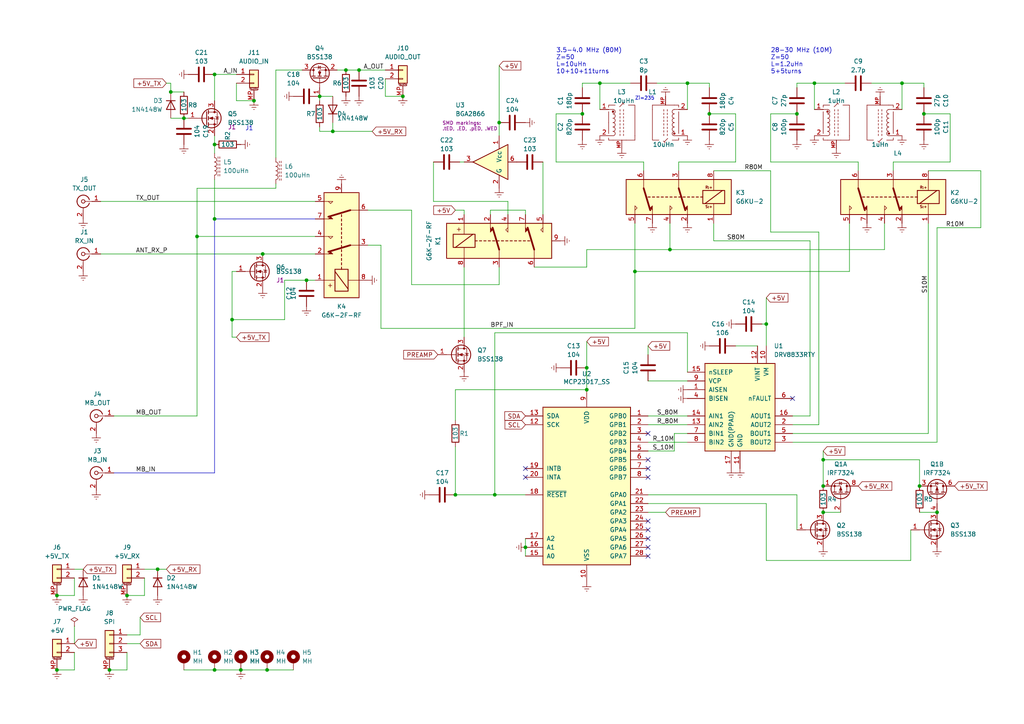
<source format=kicad_sch>
(kicad_sch (version 20230121) (generator eeschema)
  (paper "A4")
  (title_block (title "BPF & Signal Switch") (date "2023-09-24") (rev "1.0.0") (company "K1ZMT"))
  (junction (at 238.76 133.35))
  (junction (at 116.84 27.94))
  (junction (at 236.22 24.13))
  (junction (at 53.34 34.29))
  (junction (at 62.23 63.5))
  (junction (at 194.31 72.39))
  (junction (at 238.76 148.59))
  (junction (at 152.4 158.75))
  (junction (at 96.52 38.1))
  (junction (at 36.83 172.72))
  (junction (at 57.15 68.58))
  (junction (at 267.97 33.02))
  (junction (at 62.23 194.31))
  (junction (at 73.66 29.21))
  (junction (at 222.25 93.98))
  (junction (at 104.14 20.32))
  (junction (at 170.18 106.68))
  (junction (at 16.51 194.31))
  (junction (at 76.2 73.66))
  (junction (at 170.18 113.03))
  (junction (at 62.23 21.59))
  (junction (at 261.62 24.13))
  (junction (at 16.51 172.72))
  (junction (at 45.72 165.1))
  (junction (at 173.99 24.13))
  (junction (at 271.78 148.59))
  (junction (at 31.75 194.31))
  (junction (at 266.7 140.97))
  (junction (at 205.74 33.02))
  (junction (at 92.71 27.94))
  (junction (at 69.85 194.31))
  (junction (at 199.39 24.13))
  (junction (at 88.9 81.28))
  (junction (at 143.51 143.51))
  (junction (at 132.08 143.51))
  (junction (at 238.76 140.97))
  (junction (at 231.14 33.02))
  (junction (at 144.78 35.56))
  (junction (at 100.33 20.32))
  (junction (at 168.91 33.02))
  (junction (at 67.31 92.71))
  (junction (at 62.23 41.91))
  (junction (at 184.15 78.74))
  (junction (at 77.47 194.31))
  (junction (at 49.53 26.67))
  (no_connect (at 187.96 156.21))
  (no_connect (at 187.96 161.29))
  (no_connect (at 187.96 151.13))
  (no_connect (at 187.96 125.73))
  (no_connect (at 152.4 138.43))
  (no_connect (at 229.87 115.57))
  (no_connect (at 187.96 133.35))
  (no_connect (at 187.96 138.43))
  (no_connect (at 187.96 135.89))
  (no_connect (at 152.4 135.89))
  (no_connect (at 187.96 153.67))
  (no_connect (at 187.96 158.75))
  (wire (pts (xy 187.96 102.87) (xy 187.96 100.33)))
  (wire (pts (xy 67.31 92.71) (xy 82.55 92.71)))
  (wire (pts (xy 142.24 60.96) (xy 152.4 60.96)))
  (wire (pts (xy 271.78 128.27) (xy 229.87 128.27)))
  (wire (pts (xy 133.35 46.99) (xy 134.62 46.99)))
  (wire (pts (xy 45.72 165.1) (xy 41.91 165.1)))
  (wire (pts (xy 132.08 60.96) (xy 134.62 60.96)))
  (wire (pts (xy 80.01 53.34) (xy 80.01 54.61)))
  (wire (pts (xy 187.96 148.59) (xy 193.04 148.59)))
  (wire (pts (xy 187.96 110.49) (xy 199.39 110.49)))
  (wire (pts (xy 266.7 140.97) (xy 266.7 133.35)))
  (wire (pts (xy 143.51 143.51) (xy 132.08 143.51)))
  (wire (pts (xy 107.95 38.1) (xy 96.52 38.1)))
  (wire (pts (xy 275.59 46.99) (xy 275.59 33.02)))
  (wire (pts (xy 49.53 26.67) (xy 53.34 26.67)))
  (wire (pts (xy 199.39 96.52) (xy 143.51 96.52)))
  (wire (pts (xy 195.58 125.73) (xy 199.39 125.73)))
  (wire (pts (xy 142.24 62.23) (xy 142.24 60.96)))
  (wire (pts (xy 21.59 194.31) (xy 16.51 194.31)))
  (wire (pts (xy 222.25 93.98) (xy 222.25 100.33)))
  (wire (pts (xy 96.52 35.56) (xy 96.52 38.1)))
  (wire (pts (xy 266.7 148.59) (xy 271.78 148.59)))
  (wire (pts (xy 161.29 33.02) (xy 168.91 33.02)))
  (wire (pts (xy 132.08 121.92) (xy 132.08 113.03)))
  (wire (pts (xy 152.4 156.21) (xy 152.4 158.75)))
  (wire (pts (xy 245.11 24.13) (xy 236.22 24.13)))
  (wire (pts (xy 53.34 194.31) (xy 62.23 194.31)))
  (wire (pts (xy 161.29 46.99) (xy 161.29 33.02)))
  (wire (pts (xy 157.48 46.99) (xy 157.48 62.23)))
  (wire (pts (xy 143.51 96.52) (xy 143.51 143.51)))
  (wire (pts (xy 267.97 24.13) (xy 267.97 25.4)))
  (wire (pts (xy 144.78 19.05) (xy 144.78 35.56)))
  (wire (pts (xy 21.59 172.72) (xy 16.51 172.72)))
  (wire (pts (xy 190.5 24.13) (xy 199.39 24.13)))
  (wire (pts (xy 231.14 24.13) (xy 231.14 25.4)))
  (wire (pts (xy 29.21 73.66) (xy 76.2 73.66)))
  (wire (pts (xy 267.97 24.13) (xy 261.62 24.13)))
  (wire (pts (xy 238.76 133.35) (xy 266.7 133.35)))
  (wire (pts (xy 195.58 130.81) (xy 195.58 125.73)))
  (wire (pts (xy 199.39 24.13) (xy 199.39 31.75)))
  (wire (pts (xy 187.96 128.27) (xy 199.39 128.27)))
  (wire (pts (xy 100.33 20.32) (xy 104.14 20.32)))
  (wire (pts (xy 256.54 64.77) (xy 256.54 72.39)))
  (wire (pts (xy 170.18 99.06) (xy 170.18 106.68)))
  (wire (pts (xy 234.95 69.85) (xy 207.01 69.85)))
  (wire (pts (xy 88.9 81.28) (xy 91.44 81.28)))
  (wire (pts (xy 207.01 69.85) (xy 207.01 64.77)))
  (wire (pts (xy 57.15 68.58) (xy 91.44 68.58)))
  (wire (pts (xy 223.52 46.99) (xy 223.52 33.02)))
  (wire (pts (xy 170.18 72.39) (xy 194.31 72.39)))
  (wire (pts (xy 196.85 49.53) (xy 196.85 46.99)))
  (wire (pts (xy 110.49 71.12) (xy 106.68 71.12)))
  (wire (pts (xy 62.23 39.37) (xy 62.23 41.91)))
  (wire (pts (xy 41.91 172.72) (xy 36.83 172.72)))
  (wire (pts (xy 264.16 162.56) (xy 264.16 153.67)))
  (wire (pts (xy 21.59 167.64) (xy 21.59 172.72)))
  (wire (pts (xy 213.36 46.99) (xy 213.36 33.02)))
  (wire (pts (xy 110.49 95.25) (xy 110.49 71.12)))
  (wire (pts (xy 205.74 24.13) (xy 199.39 24.13)))
  (wire (pts (xy 205.74 33.02) (xy 213.36 33.02)))
  (wire (pts (xy 184.15 64.77) (xy 184.15 78.74)))
  (wire (pts (xy 80.01 20.32) (xy 87.63 20.32)))
  (wire (pts (xy 284.48 49.53) (xy 284.48 66.04)))
  (wire (pts (xy 154.94 77.47) (xy 170.18 77.47)))
  (wire (pts (xy 29.21 58.42) (xy 91.44 58.42)))
  (wire (pts (xy 132.08 113.03) (xy 170.18 113.03)))
  (wire (pts (xy 186.69 49.53) (xy 186.69 46.99)))
  (wire (pts (xy 229.87 120.65) (xy 234.95 120.65)))
  (wire (pts (xy 68.58 24.13) (xy 68.58 29.21)))
  (wire (pts (xy 170.18 106.68) (xy 170.18 113.03)))
  (wire (pts (xy 168.91 24.13) (xy 168.91 25.4)))
  (wire (pts (xy 269.24 64.77) (xy 269.24 125.73)))
  (wire (pts (xy 207.01 49.53) (xy 223.52 49.53)))
  (wire (pts (xy 199.39 96.52) (xy 199.39 107.95)))
  (wire (pts (xy 67.31 97.79) (xy 68.58 97.79)))
  (wire (pts (xy 182.88 24.13) (xy 173.99 24.13)))
  (wire (pts (xy 238.76 133.35) (xy 238.76 140.97)))
  (wire (pts (xy 67.31 78.74) (xy 67.31 92.71)))
  (wire (pts (xy 40.64 184.15) (xy 36.83 184.15)))
  (wire (pts (xy 104.14 20.32) (xy 111.76 20.32)))
  (wire (pts (xy 40.64 179.07) (xy 40.64 184.15)))
  (wire (pts (xy 62.23 41.91) (xy 62.23 44.45)))
  (wire (pts (xy 187.96 130.81) (xy 195.58 130.81)))
  (wire (pts (xy 36.83 186.69) (xy 40.64 186.69)))
  (wire (pts (xy 170.18 72.39) (xy 170.18 77.47)))
  (wire (pts (xy 125.73 58.42) (xy 125.73 46.99)))
  (wire (pts (xy 62.23 21.59) (xy 68.58 21.59)))
  (wire (pts (xy 97.79 20.32) (xy 100.33 20.32)))
  (wire (pts (xy 21.59 181.61) (xy 21.59 186.69)))
  (wire (pts (xy 222.25 86.36) (xy 222.25 93.98)))
  (wire (pts (xy 222.25 162.56) (xy 264.16 162.56)))
  (wire (pts (xy 248.92 49.53) (xy 248.92 46.99)))
  (wire (pts (xy 196.85 46.99) (xy 213.36 46.99)))
  (wire (pts (xy 67.31 97.79) (xy 67.31 92.71)))
  (wire (pts (xy 33.02 137.16) (xy 62.23 137.16)) (stroke (width 0) (color 0 0 194 1)))
  (wire (pts (xy 69.85 194.31) (xy 77.47 194.31)))
  (wire (pts (xy 144.78 35.56) (xy 144.78 39.37)))
  (wire (pts (xy 119.38 60.96) (xy 106.68 60.96)))
  (wire (pts (xy 237.49 67.31) (xy 237.49 123.19)))
  (wire (pts (xy 62.23 63.5) (xy 62.23 137.16)) (stroke (width 0) (color 0 0 194 1)))
  (wire (pts (xy 252.73 24.13) (xy 261.62 24.13)))
  (wire (pts (xy 237.49 123.19) (xy 229.87 123.19)))
  (wire (pts (xy 62.23 29.21) (xy 62.23 21.59)))
  (wire (pts (xy 147.32 58.42) (xy 125.73 58.42)))
  (wire (pts (xy 236.22 24.13) (xy 236.22 31.75)))
  (wire (pts (xy 92.71 38.1) (xy 92.71 36.83)))
  (wire (pts (xy 57.15 120.65) (xy 57.15 68.58)))
  (wire (pts (xy 236.22 24.13) (xy 231.14 24.13)))
  (wire (pts (xy 184.15 78.74) (xy 246.38 78.74)))
  (wire (pts (xy 92.71 27.94) (xy 96.52 27.94)))
  (wire (pts (xy 134.62 77.47) (xy 134.62 97.79)))
  (wire (pts (xy 269.24 49.53) (xy 284.48 49.53)))
  (wire (pts (xy 111.76 27.94) (xy 116.84 27.94)))
  (wire (pts (xy 92.71 27.94) (xy 92.71 29.21)))
  (wire (pts (xy 110.49 95.25) (xy 184.15 95.25)))
  (wire (pts (xy 144.78 77.47) (xy 144.78 82.55)))
  (wire (pts (xy 152.4 158.75) (xy 152.4 161.29)))
  (wire (pts (xy 111.76 22.86) (xy 111.76 27.94)))
  (wire (pts (xy 82.55 92.71) (xy 82.55 81.28)))
  (wire (pts (xy 54.61 34.29) (xy 53.34 34.29)))
  (wire (pts (xy 21.59 189.23) (xy 21.59 194.31)))
  (wire (pts (xy 36.83 194.31) (xy 31.75 194.31)))
  (wire (pts (xy 24.13 165.1) (xy 21.59 165.1)))
  (wire (pts (xy 173.99 24.13) (xy 168.91 24.13)))
  (wire (pts (xy 67.31 78.74) (xy 68.58 78.74)))
  (wire (pts (xy 187.96 143.51) (xy 231.14 143.51)))
  (wire (pts (xy 271.78 66.04) (xy 271.78 128.27)))
  (wire (pts (xy 248.92 46.99) (xy 223.52 46.99)))
  (wire (pts (xy 144.78 82.55) (xy 119.38 82.55)))
  (wire (pts (xy 76.2 73.66) (xy 91.44 73.66)))
  (wire (pts (xy 284.48 66.04) (xy 271.78 66.04)))
  (wire (pts (xy 223.52 49.53) (xy 223.52 67.31)))
  (wire (pts (xy 49.53 34.29) (xy 53.34 34.29)))
  (wire (pts (xy 80.01 20.32) (xy 80.01 45.72)))
  (wire (pts (xy 134.62 60.96) (xy 134.62 62.23)))
  (wire (pts (xy 33.02 120.65) (xy 57.15 120.65)))
  (wire (pts (xy 119.38 82.55) (xy 119.38 60.96)))
  (wire (pts (xy 186.69 46.99) (xy 161.29 46.99)))
  (wire (pts (xy 68.58 29.21) (xy 73.66 29.21)))
  (wire (pts (xy 259.08 49.53) (xy 259.08 46.99)))
  (wire (pts (xy 194.31 72.39) (xy 194.31 64.77)))
  (wire (pts (xy 49.53 24.13) (xy 49.53 26.67)))
  (wire (pts (xy 184.15 95.25) (xy 184.15 78.74)))
  (wire (pts (xy 231.14 143.51) (xy 231.14 153.67)))
  (wire (pts (xy 36.83 189.23) (xy 36.83 194.31)))
  (wire (pts (xy 222.25 93.98) (xy 220.98 93.98)))
  (wire (pts (xy 238.76 130.81) (xy 238.76 133.35)))
  (wire (pts (xy 213.36 100.33) (xy 219.71 100.33)))
  (wire (pts (xy 77.47 194.31) (xy 85.09 194.31)))
  (wire (pts (xy 223.52 67.31) (xy 237.49 67.31)))
  (wire (pts (xy 267.97 33.02) (xy 275.59 33.02)))
  (wire (pts (xy 152.4 60.96) (xy 152.4 62.23)))
  (wire (pts (xy 82.55 81.28) (xy 88.9 81.28)))
  (wire (pts (xy 48.26 24.13) (xy 49.53 24.13)))
  (wire (pts (xy 222.25 146.05) (xy 222.25 162.56)))
  (wire (pts (xy 238.76 148.59) (xy 243.84 148.59)))
  (wire (pts (xy 205.74 24.13) (xy 205.74 25.4)))
  (wire (pts (xy 41.91 167.64) (xy 41.91 172.72)))
  (wire (pts (xy 234.95 120.65) (xy 234.95 69.85)))
  (wire (pts (xy 132.08 143.51) (xy 132.08 129.54)))
  (wire (pts (xy 246.38 78.74) (xy 246.38 64.77)))
  (wire (pts (xy 152.4 143.51) (xy 143.51 143.51)))
  (wire (pts (xy 173.99 24.13) (xy 173.99 31.75)))
  (wire (pts (xy 57.15 68.58) (xy 57.15 54.61)))
  (wire (pts (xy 62.23 52.07) (xy 62.23 63.5)))
  (wire (pts (xy 261.62 24.13) (xy 261.62 31.75)))
  (wire (pts (xy 187.96 123.19) (xy 199.39 123.19)))
  (wire (pts (xy 223.52 33.02) (xy 231.14 33.02)))
  (wire (pts (xy 187.96 146.05) (xy 222.25 146.05)))
  (wire (pts (xy 48.26 165.1) (xy 45.72 165.1)))
  (wire (pts (xy 92.71 38.1) (xy 96.52 38.1)))
  (wire (pts (xy 62.23 194.31) (xy 69.85 194.31)))
  (wire (pts (xy 259.08 46.99) (xy 275.59 46.99)))
  (wire (pts (xy 62.23 63.5) (xy 91.44 63.5)) (stroke (width 0) (color 0 0 194 1)))
  (wire (pts (xy 256.54 72.39) (xy 194.31 72.39)))
  (wire (pts (xy 57.15 54.61) (xy 80.01 54.61)))
  (wire (pts (xy 147.32 62.23) (xy 147.32 58.42)))
  (wire (pts (xy 229.87 125.73) (xy 269.24 125.73)))
  (wire (pts (xy 187.96 120.65) (xy 199.39 120.65)))
  (text "3.5-4.0 MHz (80M)\nZ=50\nL=10uHn\n10+10+11turns" (at 161.29 21.59 0) (effects (font (size 1.27 1.27)) (justify left bottom)))
  (text "SMD markings:\n.tED, .ED, .pED, .WED" (at 128.27 38.1 0) (effects (font (size 1 1)) (justify left bottom)))
  (text "28-30 MHz (10M)\nZ=50\nL=1.2uHn\n5+5turns" (at 223.52 21.59 0) (effects (font (size 1.27 1.27)) (justify left bottom)))
  (text "Zi=235" (at 184.15 29.21 0) (effects (font (size 1 1)) (justify left bottom)))
  (text "J1\n" (at 71.12 38.1 0) (effects (font (size 1.27 1.27)) (justify left bottom)))
  (label "S80M" (at 210.82 69.85 0))
  (label "R_10M" (at 189.23 128.27 0))
  (label "MB_OUT" (at 39.37 120.65 0))
  (label "MB_IN" (at 39.37 137.16 0))
  (label "S10M" (at 269.24 85.09 90))
  (label "S_80M" (at 190.5 120.65 0))
  (label "S_10M" (at 189.23 130.81 0))
  (label "ANT_RX_P" (at 39.37 73.66 0))
  (label "R_80M" (at 190.5 123.19 0))
  (label "TX_OUT" (at 39.37 58.42 0))
  (label "R10M" (at 274.32 66.04 0))
  (label "A_IN" (at 64.77 21.59 0))
  (label "BPF_IN" (at 142.24 95.25 0))
  (label "R80M" (at 215.9 49.53 0))
  (label "A_OUT" (at 105.41 20.32 0))
  (global_label "+5V_TX" (shape input) (at 68.58 97.79 0) (property "Intersheetrefs" "${INTERSHEET_REFS}" (effects hide)))
  (global_label "SCL" (shape input) (at 152.4 123.19 180) (property "Intersheetrefs" "${INTERSHEET_REFS}" (effects hide)))
  (global_label "+5V_TX" (shape input) (at 276.86 140.97 0) (property "Intersheetrefs" "${INTERSHEET_REFS}" (effects hide)))
  (global_label "+5V" (shape input) (at 144.78 19.05 0) (property "Intersheetrefs" "${INTERSHEET_REFS}" (effects hide)))
  (global_label "+5V_RX" (shape input) (at 48.26 165.1 0) (property "Intersheetrefs" "${INTERSHEET_REFS}" (effects hide)))
  (global_label "SDA" (shape input) (at 40.64 186.69 0) (property "Intersheetrefs" "${INTERSHEET_REFS}" (effects hide)))
  (global_label "+5V_TX" (shape input) (at 24.13 165.1 0) (property "Intersheetrefs" "${INTERSHEET_REFS}" (effects hide)))
  (global_label "+5V" (shape input) (at 222.25 86.36 0) (property "Intersheetrefs" "${INTERSHEET_REFS}" (effects hide)))
  (global_label "PREAMP" (shape input) (at 193.04 148.59 0) (property "Intersheetrefs" "${INTERSHEET_REFS}" (effects hide)))
  (global_label "SDA" (shape input) (at 152.4 120.65 180) (property "Intersheetrefs" "${INTERSHEET_REFS}" (effects hide)))
  (global_label "+5V_RX" (shape input) (at 107.95 38.1 0) (property "Intersheetrefs" "${INTERSHEET_REFS}" (effects hide)))
  (global_label "+5V" (shape input) (at 238.76 130.81 0) (property "Intersheetrefs" "${INTERSHEET_REFS}" (effects hide)))
  (global_label "+5V" (shape input) (at 132.08 60.96 180) (property "Intersheetrefs" "${INTERSHEET_REFS}" (effects hide)))
  (global_label "PREAMP" (shape input) (at 127 102.87 180) (property "Intersheetrefs" "${INTERSHEET_REFS}" (effects hide)))
  (global_label "+5V" (shape input) (at 170.18 99.06 0) (property "Intersheetrefs" "${INTERSHEET_REFS}" (effects hide)))
  (global_label "+5V_TX" (shape input) (at 48.26 24.13 180) (property "Intersheetrefs" "${INTERSHEET_REFS}" (effects hide)))
  (global_label "+5V" (shape input) (at 187.96 100.33 0) (property "Intersheetrefs" "${INTERSHEET_REFS}" (effects hide)))
  (global_label "+5V_RX" (shape input) (at 248.92 140.97 0) (property "Intersheetrefs" "${INTERSHEET_REFS}" (effects hide)))
  (global_label "+5V" (shape input) (at 21.59 186.69 0) (property "Intersheetrefs" "${INTERSHEET_REFS}" (effects hide)))
  (global_label "SCL" (shape input) (at 40.64 179.07 0) (property "Intersheetrefs" "${INTERSHEET_REFS}" (effects hide)))
  (symbol (lib_id "Device:R") (at 66.04 41.91 90) (unit 1)
    (property "Reference" "R2" (at 66.04 39.37 0))
    (property "Value" "103" (at 66.04 41.91 90))
    (property "Footprint" "Resistor_SMD:R_0805_2012Metric" (effects hide))
  )
  (symbol (lib_id "power:Earth") (at 152.4 35.56 90) (mirror x) (unit 1)
    (property "Reference" "#PWR056" (effects hide))
    (property "Value" "Earth" (effects hide))
  )
  (symbol (lib_id "Transistor_FET:IRF7324") (at 243.84 143.51 270) (mirror x) (unit 1)
    (property "Reference" "Q1" (at 243.84 134.62 90))
    (property "Value" "IRF7324" (at 243.84 137.16 90))
    (property "Footprint" "Package_SO:SOIC-8_3.9x4.9mm_P1.27mm" (effects hide))
    (property "Datasheet" "http://www.infineon.com/dgdl/irf7324pbf.pdf?fileId=5546d462533600a4015355f5f0861b4b" (effects hide))
  )
  (symbol (lib_id "Device:C") (at 53.34 38.1 0) (mirror y) (unit 1)
    (property "Reference" "C19" (at 59.69 38.1 90))
    (property "Value" "104" (at 57.15 38.1 90))
    (property "Footprint" "Capacitor_SMD:C_0805_2012Metric" (effects hide))
  )
  (symbol (lib_id "Connector_Generic_MountingPin:Conn_01x02_MountingPin") (at 73.66 21.59 0) (unit 1)
    (property "Reference" "J11" (at 73.66 15.24 0))
    (property "Value" "AUDIO_IN" (at 73.66 17.78 0))
    (property "Footprint" "Connector_JST:JST_PH_S2B-PH-SM4-TB_1x02-1MP_P2.00mm_Horizontal" (effects hide))
  )
  (symbol (lib_id "power:Earth") (at 231.14 40.64 0) (unit 1)
    (property "Reference" "#PWR014" (effects hide))
    (property "Value" "Earth" (effects hide))
  )
  (symbol (lib_id "Device:C") (at 58.42 21.59 90) (mirror x) (unit 1)
    (property "Reference" "C21" (at 58.42 15.24 90))
    (property "Value" "103" (at 58.42 17.78 90))
    (property "Footprint" "Capacitor_SMD:C_0805_2012Metric" (effects hide))
  )
  (symbol (lib_id "power:Earth") (at 144.78 54.61 0) (mirror y) (unit 1)
    (property "Reference" "#PWR055" (effects hide))
    (property "Value" "Earth" (effects hide))
  )
  (symbol (lib_id "power:Earth") (at 54.61 21.59 270) (mirror x) (unit 1)
    (property "Reference" "#PWR052" (effects hide))
    (property "Value" "Earth" (effects hide))
  )
  (symbol (lib_id "Device:C") (at 168.91 29.21 0) (unit 1)
    (property "Reference" "C1" (at 162.56 29.21 90))
    (property "Value" "180p" (at 165.1 29.21 90))
    (property "Footprint" "Capacitor_SMD:C_0805_2012Metric" (effects hide))
  )
  (symbol (lib_id "Device:C") (at 128.27 143.51 90) (mirror x) (unit 1)
    (property "Reference" "C17" (at 128.27 137.16 90))
    (property "Value" "104" (at 128.27 139.7 90))
    (property "Footprint" "Capacitor_SMD:C_0805_2012Metric" (effects hide))
  )
  (symbol (lib_id "power:Earth") (at 76.2 83.82 0) (mirror y) (unit 1)
    (property "Reference" "#PWR057" (effects hide))
    (property "Value" "Earth" (effects hide))
  )
  (symbol (lib_id "power:Earth") (at 27.94 142.24 0) (unit 1)
    (property "Reference" "#PWR012" (effects hide))
    (property "Value" "Earth" (effects hide))
  )
  (symbol (lib_id "power:Earth") (at 69.85 194.31 0) (unit 1)
    (property "Reference" "#PWR054" (effects hide))
    (property "Value" "Earth" (effects hide))
  )
  (symbol (lib_id "power:Earth") (at 24.13 172.72 0) (unit 1)
    (property "Reference" "#PWR011" (effects hide))
    (property "Value" "Earth" (effects hide))
  )
  (symbol (lib_id "Connector:Conn_Coaxial") (at 27.94 137.16 0) (mirror y) (unit 1)
    (property "Reference" "J3" (at 28.2574 130.81 0))
    (property "Value" "MB_IN" (at 28.2574 133.35 0))
    (property "Footprint" "Connector_Coaxial:SMA_Amphenol_132289_EdgeMount" (effects hide))
    (property "Datasheet" " ~" (effects hide))
  )
  (symbol (lib_id "power:Earth") (at 251.46 64.77 0) (mirror y) (unit 1)
    (property "Reference" "#PWR024" (effects hide))
    (property "Value" "Earth" (effects hide))
  )
  (symbol (lib_id "power:Earth") (at 88.9 88.9 0) (mirror y) (unit 1)
    (property "Reference" "#PWR026" (effects hide))
    (property "Value" "Earth" (effects hide))
  )
  (symbol (lib_id "PhilsLibrary:L_Core_Ferrite_12") (at 242.57 35.56 0) (unit 1)
    (property "Reference" "L2" (at 241.3 26.67 0) (effects (justify left)))
    (property "Value" "1uHn" (at 240.03 29.21 0) (effects (justify left)))
    (property "Footprint" "PhilsFootprintLibrary:L_Coilcraft_Slot7_1_3" (effects hide))
  )
  (symbol (lib_id "Device:C") (at 166.37 106.68 270) (unit 1)
    (property "Reference" "C13" (at 166.37 100.33 90))
    (property "Value" "104" (at 166.37 102.87 90))
    (property "Footprint" "Capacitor_SMD:C_0805_2012Metric" (effects hide))
  )
  (symbol (lib_id "power:Earth") (at 261.62 39.37 0) (mirror y) (unit 1)
    (property "Reference" "#PWR018" (effects hide))
    (property "Value" "Earth" (effects hide))
  )
  (symbol (lib_id "power:Earth") (at 24.13 63.5 0) (unit 1)
    (property "Reference" "#PWR028" (effects hide))
    (property "Value" "Earth" (effects hide))
  )
  (symbol (lib_id "Device:R") (at 53.34 30.48 0) (unit 1)
    (property "Reference" "R8" (at 55.88 30.48 0))
    (property "Value" "103" (at 53.34 30.48 90))
    (property "Footprint" "Resistor_SMD:R_0805_2012Metric" (effects hide))
  )
  (symbol (lib_id "Relay:G6KU-2") (at 196.85 57.15 180) (unit 1)
    (property "Reference" "K3" (at 213.36 55.88 0) (effects (justify right)))
    (property "Value" "G6KU-2" (at 213.36 58.42 0) (effects (justify right)))
    (property "Footprint" "Relay_SMD:Relay_DPDT_Omron_G6K-2F-Y" (effects hide))
    (property "Datasheet" "http://omronfs.omron.com/en_US/ecb/products/pdf/en-g6k.pdf" (effects hide))
  )
  (symbol (lib_id "power:Earth") (at 16.51 194.31 0) (unit 1)
    (property "Reference" "#PWR040" (effects hide))
    (property "Value" "Earth" (effects hide))
  )
  (symbol (lib_id "power:Earth") (at 69.85 41.91 90) (mirror x) (unit 1)
    (property "Reference" "#PWR051" (effects hide))
    (property "Value" "Earth" (effects hide))
  )
  (symbol (lib_id "power:Earth") (at 255.27 27.94 0) (mirror x) (unit 1)
    (property "Reference" "#PWR017" (effects hide))
    (property "Value" "Earth" (effects hide))
  )
  (symbol (lib_id "Connector:Conn_Coaxial") (at 27.94 120.65 0) (mirror y) (unit 1)
    (property "Reference" "J4" (at 28.2574 114.3 0))
    (property "Value" "MB_OUT" (at 28.2574 116.84 0))
    (property "Footprint" "Connector_Coaxial:SMA_Amphenol_132289_EdgeMount" (effects hide))
    (property "Datasheet" " ~" (effects hide))
  )
  (symbol (lib_id "Device:R") (at 92.71 33.02 0) (unit 1)
    (property "Reference" "R7" (at 90.17 33.02 0))
    (property "Value" "103" (at 92.71 33.02 90))
    (property "Footprint" "Resistor_SMD:R_0805_2012Metric" (effects hide))
  )
  (symbol (lib_id "RF_Amplifier:BGA2869") (at 142.24 46.99 0) (mirror y) (unit 1)
    (property "Reference" "U3" (at 132.08 30.48 0) (effects (justify right)))
    (property "Value" "BGA2866" (at 132.08 33.02 0) (effects (justify right)))
    (property "Footprint" "Package_TO_SOT_SMD:SOT-363_SC-70-6" (effects hide))
    (property "Datasheet" "https://www.nxp.com/docs/en/data-sheet/BGA2869.pdf" (effects hide))
  )
  (symbol (lib_id "power:Earth") (at 214.63 135.89 0) (unit 1)
    (property "Reference" "#PWR020" (effects hide))
    (property "Value" "Earth" (effects hide))
  )
  (symbol (lib_id "Device:C") (at 153.67 46.99 270) (unit 1)
    (property "Reference" "C23" (at 153.67 40.64 90))
    (property "Value" "103" (at 153.67 43.18 90))
    (property "Footprint" "Capacitor_SMD:C_0805_2012Metric" (effects hide))
  )
  (symbol (lib_id "power:Earth") (at 100.33 27.94 0) (mirror y) (unit 1)
    (property "Reference" "#PWR046" (effects hide))
    (property "Value" "Earth" (effects hide))
  )
  (symbol (lib_id "power:Earth") (at 193.04 27.94 0) (mirror x) (unit 1)
    (property "Reference" "#PWR03" (effects hide))
    (property "Value" "Earth" (effects hide))
  )
  (symbol (lib_id "power:Earth") (at 242.57 43.18 0) (unit 1)
    (property "Reference" "#PWR016" (effects hide))
    (property "Value" "Earth" (effects hide))
  )
  (symbol (lib_id "Device:C") (at 248.92 24.13 90) (mirror x) (unit 1)
    (property "Reference" "C9" (at 248.92 17.78 90))
    (property "Value" "2.7p" (at 248.92 20.32 90))
    (property "Footprint" "Capacitor_SMD:C_0805_2012Metric" (effects hide))
  )
  (symbol (lib_id "power:Earth") (at 27.94 125.73 0) (unit 1)
    (property "Reference" "#PWR013" (effects hide))
    (property "Value" "Earth" (effects hide))
  )
  (symbol (lib_id "power:Earth") (at 45.72 172.72 0) (unit 1)
    (property "Reference" "#PWR027" (effects hide))
    (property "Value" "Earth" (effects hide))
  )
  (symbol (lib_id "Mechanical:MountingHole_Pad") (at 77.47 191.77 0) (unit 1)
    (property "Reference" "H4" (at 80.01 189.23 0) (effects (justify left)))
    (property "Value" "MH" (at 80.01 191.77 0) (effects (justify left)))
    (property "Footprint" "MountingHole:MountingHole_3.2mm_M3_Pad" (effects hide))
  )
  (symbol (lib_id "Device:C") (at 187.96 106.68 0) (mirror x) (unit 1)
    (property "Reference" "C15" (at 181.61 106.68 90))
    (property "Value" "104" (at 184.15 106.68 90))
    (property "Footprint" "Capacitor_SMD:C_0805_2012Metric" (effects hide))
  )
  (symbol (lib_id "PhilsLibrary:G6K-2F-RF") (at 144.78 69.85 0) (unit 1)
    (property "Reference" "K1" (at 127 69.85 90))
    (property "Value" "G6K-2F-RF" (at 124.46 69.85 90))
    (property "Footprint" "PhilsFootprintLibrary:Relay_DPDT_Omron_G6K-2F-RF" (effects hide))
    (property "Datasheet" "http://omronfs.omron.com/en_US/ecb/products/pdf/en-g6k.pdf" (effects hide))
  )
  (symbol (lib_id "PhilsLibrary:L_Core_Ferrite_12") (at 193.04 35.56 180) (unit 1)
    (property "Reference" "L1" (at 190.5 26.67 0) (effects (justify left)))
    (property "Value" "10uHn" (at 195.58 41.91 0) (effects (justify left)))
    (property "Footprint" "PhilsFootprintLibrary:L_Coilcraft_Slot7_1_3" (effects hide))
  )
  (symbol (lib_id "Device:L_Ferrite") (at 62.23 48.26 0) (unit 1)
    (property "Reference" "L5" (at 64.77 46.99 0) (effects (justify left)))
    (property "Value" "100uHn" (at 64.77 49.53 0) (effects (justify left)))
    (property "Footprint" "Inductor_SMD:L_0805_2012Metric" (effects hide))
  )
  (symbol (lib_id "Transistor_FET:BSS138") (at 92.71 22.86 90) (unit 1)
    (property "Reference" "Q4" (at 92.71 13.97 90))
    (property "Value" "BSS138" (at 92.71 16.51 90))
    (property "Footprint" "Package_TO_SOT_SMD:SOT-23" (effects hide))
    (property "Datasheet" "https://www.onsemi.com/pub/Collateral/BSS138-D.PDF" (effects hide))
  )
  (symbol (lib_id "Diode:1N4148W") (at 24.13 168.91 270) (unit 1)
    (property "Reference" "D1" (at 26.67 167.64 90) (effects (justify left)))
    (property "Value" "1N4148W" (at 26.67 170.18 90) (effects (justify left)))
    (property "Footprint" "Diode_SMD:D_SOD-123" (effects hide))
    (property "Datasheet" "https://www.vishay.com/docs/85748/1n4148w.pdf" (effects hide))
    (property "Sim.Device" "D" (effects hide))
    (property "Sim.Pins" "1=K 2=A" (effects hide))
  )
  (symbol (lib_id "Device:C") (at 168.91 36.83 0) (unit 1)
    (property "Reference" "C2" (at 162.56 36.83 90))
    (property "Value" "820p" (at 165.1 36.83 90))
    (property "Footprint" "Capacitor_SMD:C_0805_2012Metric" (effects hide))
  )
  (symbol (lib_id "power:Earth") (at 162.56 69.85 90) (unit 1)
    (property "Reference" "#PWR08" (effects hide))
    (property "Value" "Earth" (effects hide))
  )
  (symbol (lib_id "Mechanical:MountingHole_Pad") (at 53.34 191.77 0) (unit 1)
    (property "Reference" "H1" (at 55.88 189.23 0) (effects (justify left)))
    (property "Value" "MH" (at 55.88 191.77 0) (effects (justify left)))
    (property "Footprint" "MountingHole:MountingHole_3.2mm_M3_Pad" (effects hide))
  )
  (symbol (lib_id "Device:C") (at 231.14 29.21 0) (unit 1)
    (property "Reference" "C7" (at 224.79 29.21 90))
    (property "Value" "27p" (at 227.33 29.21 90))
    (property "Footprint" "Capacitor_SMD:C_0805_2012Metric" (effects hide))
  )
  (symbol (lib_id "Device:C") (at 217.17 93.98 90) (mirror x) (unit 1)
    (property "Reference" "C14" (at 217.17 87.63 90))
    (property "Value" "104" (at 217.17 90.17 90))
    (property "Footprint" "Capacitor_SMD:C_0805_2012Metric" (effects hide))
  )
  (symbol (lib_id "Connector_Generic_MountingPin:Conn_01x02_MountingPin") (at 16.51 186.69 0) (mirror y) (unit 1)
    (property "Reference" "J7" (at 16.51 180.34 0))
    (property "Value" "+5V" (at 16.51 182.88 0))
    (property "Footprint" "Connector_JST:JST_PH_S2B-PH-SM4-TB_1x02-1MP_P2.00mm_Horizontal" (effects hide))
  )
  (symbol (lib_id "power:Earth") (at 199.39 39.37 0) (mirror y) (unit 1)
    (property "Reference" "#PWR04" (effects hide))
    (property "Value" "Earth" (effects hide))
  )
  (symbol (lib_id "power:Earth") (at 73.66 29.21 0) (mirror y) (unit 1)
    (property "Reference" "#PWR050" (effects hide))
    (property "Value" "Earth" (effects hide))
  )
  (symbol (lib_id "power:Earth") (at 24.13 78.74 0) (unit 1)
    (property "Reference" "#PWR05" (effects hide))
    (property "Value" "Earth" (effects hide))
  )
  (symbol (lib_id "Connector_Generic_MountingPin:Conn_01x02_MountingPin") (at 116.84 20.32 0) (unit 1)
    (property "Reference" "J10" (at 116.84 13.97 0))
    (property "Value" "AUDIO_OUT" (at 116.84 16.51 0))
    (property "Footprint" "Connector_JST:JST_PH_S2B-PH-SM4-TB_1x02-1MP_P2.00mm_Horizontal" (effects hide))
  )
  (symbol (lib_id "power:Earth") (at 180.34 43.18 0) (unit 1)
    (property "Reference" "#PWR02" (effects hide))
    (property "Value" "Earth" (effects hide))
  )
  (symbol (lib_id "power:Earth") (at 36.83 172.72 0) (unit 1)
    (property "Reference" "#PWR044" (effects hide))
    (property "Value" "Earth" (effects hide))
  )
  (symbol (lib_id "power:Earth") (at 162.56 106.68 270) (mirror x) (unit 1)
    (property "Reference" "#PWR035" (effects hide))
    (property "Value" "Earth" (effects hide))
  )
  (symbol (lib_id "Device:C") (at 205.74 29.21 0) (mirror y) (unit 1)
    (property "Reference" "C4" (at 212.09 29.21 90))
    (property "Value" "180p" (at 209.55 29.21 90))
    (property "Footprint" "Capacitor_SMD:C_0805_2012Metric" (effects hide))
  )
  (symbol (lib_id "Driver_Motor:DRV8833RTY") (at 214.63 118.11 0) (unit 1)
    (property "Reference" "U1" (at 224.4441 100.33 0) (effects (justify left)))
    (property "Value" "DRV8833RTY" (at 224.4441 102.87 0) (effects (justify left)))
    (property "Footprint" "Package_DFN_QFN:Texas_S-PWQFN-N16_EP2.1x2.1mm_ThermalVias" (effects hide))
    (property "Datasheet" "http://www.ti.com/lit/ds/symlink/drv8833.pdf" (effects hide))
  )
  (symbol (lib_id "Diode:1N4148W") (at 96.52 31.75 90) (unit 1)
    (property "Reference" "D4" (at 97.79 33.02 90) (effects (justify right)))
    (property "Value" "1N4148W" (at 97.79 34.29 90) (effects (justify right)))
    (property "Footprint" "Diode_SMD:D_SOD-123" (effects hide))
    (property "Datasheet" "https://www.vishay.com/docs/85748/1n4148w.pdf" (effects hide))
    (property "Sim.Device" "D" (effects hide))
    (property "Sim.Pins" "1=K 2=A" (effects hide))
  )
  (symbol (lib_id "Device:C") (at 129.54 46.99 270) (unit 1)
    (property "Reference" "C22" (at 129.54 40.64 90))
    (property "Value" "103" (at 129.54 43.18 90))
    (property "Footprint" "Capacitor_SMD:C_0805_2012Metric" (effects hide))
  )
  (symbol (lib_id "power:Earth") (at 173.99 39.37 0) (unit 1)
    (property "Reference" "#PWR01" (effects hide))
    (property "Value" "Earth" (effects hide))
  )
  (symbol (lib_id "power:Earth") (at 53.34 41.91 0) (mirror y) (unit 1)
    (property "Reference" "#PWR048" (effects hide))
    (property "Value" "Earth" (effects hide))
  )
  (symbol (lib_id "PhilsLibrary:G6K-2F-RF") (at 99.06 71.12 90) (unit 1)
    (property "Reference" "K4" (at 99.06 88.9 90))
    (property "Value" "G6K-2F-RF" (at 99.06 91.44 90))
    (property "Footprint" "PhilsFootprintLibrary:Relay_DPDT_Omron_G6K-2F-RF" (effects hide))
    (property "Datasheet" "http://omronfs.omron.com/en_US/ecb/products/pdf/en-g6k.pdf" (effects hide))
  )
  (symbol (lib_id "power:Earth") (at 85.09 27.94 270) (mirror x) (unit 1)
    (property "Reference" "#PWR045" (effects hide))
    (property "Value" "Earth" (effects hide))
  )
  (symbol (lib_id "Connector_Generic_MountingPin:Conn_01x02_MountingPin") (at 36.83 165.1 0) (mirror y) (unit 1)
    (property "Reference" "J9" (at 36.83 158.75 0))
    (property "Value" "+5V_RX" (at 36.83 161.29 0))
    (property "Footprint" "Connector_JST:JST_PH_S2B-PH-SM4-TB_1x02-1MP_P2.00mm_Horizontal" (effects hide))
  )
  (symbol (lib_id "Transistor_FET:IRF7324") (at 271.78 143.51 270) (mirror x) (unit 2)
    (property "Reference" "Q1" (at 271.78 134.62 90))
    (property "Value" "IRF7324" (at 271.78 137.16 90))
    (property "Footprint" "Package_SO:SOIC-8_3.9x4.9mm_P1.27mm" (effects hide))
    (property "Datasheet" "http://www.infineon.com/dgdl/irf7324pbf.pdf?fileId=5546d462533600a4015355f5f0861b4b" (effects hide))
  )
  (symbol (lib_id "Device:C") (at 88.9 85.09 0) (mirror y) (unit 1)
    (property "Reference" "C12" (at 83.82 85.09 90))
    (property "Value" "104" (at 85.09 85.09 90))
    (property "Footprint" "Capacitor_SMD:C_0805_2012Metric" (effects hide))
  )
  (symbol (lib_id "power:Earth") (at 16.51 172.72 0) (unit 1)
    (property "Reference" "#PWR039" (effects hide))
    (property "Value" "Earth" (effects hide))
  )
  (symbol (lib_id "power:Earth") (at 116.84 27.94 0) (mirror y) (unit 1)
    (property "Reference" "#PWR047" (effects hide))
    (property "Value" "Earth" (effects hide))
  )
  (symbol (lib_id "power:Earth") (at 199.39 115.57 270) (unit 1)
    (property "Reference" "#PWR031" (effects hide))
    (property "Value" "Earth" (effects hide))
  )
  (symbol (lib_id "Transistor_FET:BSS138") (at 59.69 34.29 0) (unit 1)
    (property "Reference" "Q5" (at 66.04 33.02 0) (effects (justify left)))
    (property "Value" "BSS138" (at 66.04 35.56 0) (effects (justify left)))
    (property "Footprint" "Package_TO_SOT_SMD:SOT-23" (effects hide))
    (property "Datasheet" "https://www.onsemi.com/pub/Collateral/BSS138-D.PDF" (effects hide))
    (property "Marking" "J1" (at 67.31 36.83 0))
  )
  (symbol (lib_id "Interface_Expansion:MCP23017_SS") (at 170.18 140.97 0) (unit 1)
    (property "Reference" "U2" (at 170.18 108.4326 0))
    (property "Value" "MCP23017_SS" (at 170.18 110.744 0))
    (property "Footprint" "Package_SO:SSOP-28_5.3x10.2mm_P0.65mm" (effects hide))
    (property "Datasheet" "http://ww1.microchip.com/downloads/en/DeviceDoc/20001952C.pdf" (effects hide))
  )
  (symbol (lib_id "power:Earth") (at 238.76 158.75 0) (unit 1)
    (property "Reference" "#PWR042" (effects hide))
    (property "Value" "Earth" (effects hide))
  )
  (symbol (lib_id "Relay:G6KU-2") (at 259.08 57.15 180) (unit 1)
    (property "Reference" "K2" (at 275.59 55.88 0) (effects (justify right)))
    (property "Value" "G6KU-2" (at 275.59 58.42 0) (effects (justify right)))
    (property "Footprint" "Relay_SMD:Relay_DPDT_Omron_G6K-2F-Y" (effects hide))
    (property "Datasheet" "http://omronfs.omron.com/en_US/ecb/products/pdf/en-g6k.pdf" (effects hide))
  )
  (symbol (lib_id "Transistor_FET:BSS138") (at 73.66 78.74 0) (unit 1)
    (property "Reference" "Q6" (at 80.01 77.47 0) (effects (justify left)))
    (property "Value" "BSS138" (at 80.01 78.74 0) (effects (justify left)))
    (property "Footprint" "Package_TO_SOT_SMD:SOT-23" (effects hide))
    (property "Datasheet" "https://www.onsemi.com/pub/Collateral/BSS138-D.PDF" (effects hide))
    (property "Marking" "J1" (at 81.28 81.28 0))
  )
  (symbol (lib_id "PhilsLibrary:L_Core_Ferrite_12") (at 255.27 35.56 180) (unit 1)
    (property "Reference" "L4" (at 261.62 44.45 0) (effects (justify left)))
    (property "Value" "1uHn" (at 257.81 41.91 0) (effects (justify left)))
    (property "Footprint" "PhilsFootprintLibrary:L_Coilcraft_Slot7_1_3" (effects hide))
  )
  (symbol (lib_id "Device:C") (at 205.74 36.83 0) (mirror y) (unit 1)
    (property "Reference" "C5" (at 212.09 36.83 90))
    (property "Value" "820p" (at 209.55 36.83 90))
    (property "Footprint" "Capacitor_SMD:C_0805_2012Metric" (effects hide))
  )
  (symbol (lib_id "Device:C") (at 231.14 36.83 0) (unit 1)
    (property "Reference" "C8" (at 224.79 36.83 90))
    (property "Value" "100p" (at 227.33 36.83 90))
    (property "Footprint" "Capacitor_SMD:C_0805_2012Metric" (effects hide))
  )
  (symbol (lib_id "power:Earth") (at 106.68 81.28 90) (mirror x) (unit 1)
    (property "Reference" "#PWR029" (effects hide))
    (property "Value" "Earth" (effects hide))
  )
  (symbol (lib_id "Device:C") (at 148.59 35.56 270) (unit 1)
    (property "Reference" "C24" (at 148.59 29.21 90))
    (property "Value" "104" (at 148.59 31.75 90))
    (property "Footprint" "Capacitor_SMD:C_0805_2012Metric" (effects hide))
  )
  (symbol (lib_id "Transistor_FET:BSS138") (at 269.24 153.67 0) (unit 1)
    (property "Reference" "Q3" (at 275.59 152.4 0) (effects (justify left)))
    (property "Value" "BSS138" (at 275.59 154.94 0) (effects (justify left)))
    (property "Footprint" "Package_TO_SOT_SMD:SOT-23" (effects hide))
    (property "Datasheet" "https://www.onsemi.com/pub/Collateral/BSS138-D.PDF" (effects hide))
  )
  (symbol (lib_id "power:Earth") (at 168.91 40.64 0) (unit 1)
    (property "Reference" "#PWR06" (effects hide))
    (property "Value" "Earth" (effects hide))
  )
  (symbol (lib_id "Device:C") (at 88.9 27.94 270) (mirror x) (unit 1)
    (property "Reference" "C18" (at 85.09 21.59 90))
    (property "Value" "104" (at 85.09 24.13 90))
    (property "Footprint" "Capacitor_SMD:C_0805_2012Metric" (effects hide))
  )
  (symbol (lib_id "Device:C") (at 104.14 24.13 0) (mirror y) (unit 1)
    (property "Reference" "C20" (at 110.49 24.13 90))
    (property "Value" "103" (at 107.95 24.13 90))
    (property "Footprint" "Capacitor_SMD:C_0805_2012Metric" (effects hide))
  )
  (symbol (lib_id "power:Earth") (at 271.78 158.75 0) (unit 1)
    (property "Reference" "#PWR043" (effects hide))
    (property "Value" "Earth" (effects hide))
  )
  (symbol (lib_id "power:Earth") (at 212.09 135.89 0) (unit 1)
    (property "Reference" "#PWR021" (effects hide))
    (property "Value" "Earth" (effects hide))
  )
  (symbol (lib_id "Mechanical:MountingHole_Pad") (at 85.09 191.77 0) (unit 1)
    (property "Reference" "H5" (at 87.63 189.23 0) (effects (justify left)))
    (property "Value" "MH" (at 87.63 191.77 0) (effects (justify left)))
    (property "Footprint" "MountingHole:MountingHole_3.2mm_M3_Pad" (effects hide))
  )
  (symbol (lib_id "power:Earth") (at 199.39 113.03 270) (unit 1)
    (property "Reference" "#PWR032" (effects hide))
    (property "Value" "Earth" (effects hide))
  )
  (symbol (lib_id "Device:R") (at 266.7 144.78 0) (unit 1)
    (property "Reference" "R5" (at 269.24 144.78 0))
    (property "Value" "103" (at 266.7 144.78 90))
    (property "Footprint" "Resistor_SMD:R_0805_2012Metric" (effects hide))
  )
  (symbol (lib_id "Device:R") (at 100.33 24.13 0) (unit 1)
    (property "Reference" "R6" (at 97.79 24.13 0))
    (property "Value" "103" (at 100.33 24.13 90))
    (property "Footprint" "Resistor_SMD:R_0805_2012Metric" (effects hide))
  )
  (symbol (lib_id "Device:C") (at 186.69 24.13 90) (mirror x) (unit 1)
    (property "Reference" "C3" (at 186.69 17.78 90))
    (property "Value" "8p" (at 186.69 20.32 90))
    (property "Footprint" "Capacitor_SMD:C_0805_2012Metric" (effects hide))
  )
  (symbol (lib_id "power:PWR_FLAG") (at 21.59 181.61 0) (unit 1)
    (property "Reference" "#FLG02" (effects hide))
    (property "Value" "PWR_FLAG" (at 21.59 176.53 0))
  )
  (symbol (lib_id "Device:R") (at 132.08 125.73 0) (unit 1)
    (property "Reference" "R1" (at 134.62 125.73 0))
    (property "Value" "103" (at 132.08 125.73 90))
    (property "Footprint" "Resistor_SMD:R_0805_2012Metric" (effects hide))
  )
  (symbol (lib_id "power:Earth") (at 213.36 93.98 270) (mirror x) (unit 1)
    (property "Reference" "#PWR034" (effects hide))
    (property "Value" "Earth" (effects hide))
  )
  (symbol (lib_id "Mechanical:MountingHole_Pad") (at 69.85 191.77 0) (unit 1)
    (property "Reference" "H3" (at 72.39 189.23 0) (effects (justify left)))
    (property "Value" "MH" (at 72.39 191.77 0) (effects (justify left)))
    (property "Footprint" "MountingHole:MountingHole_3.2mm_M3_Pad" (effects hide))
  )
  (symbol (lib_id "power:Earth") (at 236.22 39.37 0) (unit 1)
    (property "Reference" "#PWR015" (effects hide))
    (property "Value" "Earth" (effects hide))
  )
  (symbol (lib_id "Diode:1N4148W") (at 45.72 168.91 270) (unit 1)
    (property "Reference" "D2" (at 48.26 167.64 90) (effects (justify left)))
    (property "Value" "1N4148W" (at 48.26 170.18 90) (effects (justify left)))
    (property "Footprint" "Diode_SMD:D_SOD-123" (effects hide))
    (property "Datasheet" "https://www.vishay.com/docs/85748/1n4148w.pdf" (effects hide))
    (property "Sim.Device" "D" (effects hide))
    (property "Sim.Pins" "1=K 2=A" (effects hide))
  )
  (symbol (lib_id "power:Earth") (at 261.62 64.77 0) (mirror y) (unit 1)
    (property "Reference" "#PWR025" (effects hide))
    (property "Value" "Earth" (effects hide))
  )
  (symbol (lib_id "Mechanical:MountingHole_Pad") (at 62.23 191.77 0) (unit 1)
    (property "Reference" "H2" (at 64.77 189.23 0) (effects (justify left)))
    (property "Value" "MH" (at 64.77 191.77 0) (effects (justify left)))
    (property "Footprint" "MountingHole:MountingHole_3.2mm_M3_Pad" (effects hide))
  )
  (symbol (lib_id "Transistor_FET:BSS138") (at 236.22 153.67 0) (unit 1)
    (property "Reference" "Q2" (at 242.57 152.4 0) (effects (justify left)))
    (property "Value" "BSS138" (at 242.57 154.94 0) (effects (justify left)))
    (property "Footprint" "Package_TO_SOT_SMD:SOT-23" (effects hide))
    (property "Datasheet" "https://www.onsemi.com/pub/Collateral/BSS138-D.PDF" (effects hide))
  )
  (symbol (lib_id "Transistor_FET:BSS138") (at 132.08 102.87 0) (unit 1)
    (property "Reference" "Q7" (at 138.43 101.6 0) (effects (justify left)))
    (property "Value" "BSS138" (at 138.43 104.14 0) (effects (justify left)))
    (property "Footprint" "Package_TO_SOT_SMD:SOT-23" (effects hide))
    (property "Datasheet" "https://www.onsemi.com/pub/Collateral/BSS138-D.PDF" (effects hide))
  )
  (symbol (lib_id "Connector_Generic_MountingPin:Conn_01x02_MountingPin") (at 16.51 165.1 0) (mirror y) (unit 1)
    (property "Reference" "J6" (at 16.51 158.75 0))
    (property "Value" "+5V_TX" (at 16.51 161.29 0))
    (property "Footprint" "Connector_JST:JST_PH_S2B-PH-SM4-TB_1x02-1MP_P2.00mm_Horizontal" (effects hide))
  )
  (symbol (lib_id "power:Earth") (at 134.62 107.95 0) (mirror y) (unit 1)
    (property "Reference" "#PWR09" (effects hide))
    (property "Value" "Earth" (effects hide))
  )
  (symbol (lib_id "Device:C") (at 209.55 100.33 90) (mirror x) (unit 1)
    (property "Reference" "C16" (at 208.28 93.98 90))
    (property "Value" "106" (at 209.55 96.52 90))
    (property "Footprint" "Capacitor_SMD:C_0805_2012Metric" (effects hide))
  )
  (symbol (lib_id "power:Earth") (at 205.74 100.33 270) (mirror x) (unit 1)
    (property "Reference" "#PWR033" (effects hide))
    (property "Value" "Earth" (effects hide))
  )
  (symbol (lib_id "Device:L_Ferrite") (at 80.01 49.53 0) (unit 1)
    (property "Reference" "L6" (at 82.55 48.26 0) (effects (justify left)))
    (property "Value" "100uHn" (at 82.55 50.8 0) (effects (justify left)))
    (property "Footprint" "Inductor_SMD:L_0805_2012Metric" (effects hide))
  )
  (symbol (lib_id "power:Earth") (at 99.06 53.34 0) (mirror x) (unit 1)
    (property "Reference" "#PWR030" (effects hide))
    (property "Value" "Earth" (effects hide))
  )
  (symbol (lib_id "power:Earth") (at 199.39 64.77 0) (mirror y) (unit 1)
    (property "Reference" "#PWR023" (effects hide))
    (property "Value" "Earth" (effects hide))
  )
  (symbol (lib_id "power:Earth") (at 267.97 40.64 0) (unit 1)
    (property "Reference" "#PWR019" (effects hide))
    (property "Value" "Earth" (effects hide))
  )
  (symbol (lib_id "PhilsLibrary:L_Core_Ferrite_12") (at 180.34 35.56 0) (unit 1)
    (property "Reference" "L3" (at 179.07 26.67 0) (effects (justify left)))
    (property "Value" "10uHn" (at 177.8 29.21 0) (effects (justify left)))
    (property "Footprint" "PhilsFootprintLibrary:L_Coilcraft_Slot7_1_3" (effects hide))
  )
  (symbol (lib_id "Device:R") (at 238.76 144.78 0) (unit 1)
    (property "Reference" "R4" (at 241.3 144.78 0))
    (property "Value" "103" (at 238.76 144.78 90))
    (property "Footprint" "Resistor_SMD:R_0805_2012Metric" (effects hide))
  )
  (symbol (lib_id "Diode:1N4148W") (at 49.53 30.48 270) (unit 1)
    (property "Reference" "D3" (at 44.45 29.21 90) (effects (justify left)))
    (property "Value" "1N4148W" (at 38.1 31.75 90) (effects (justify left)))
    (property "Footprint" "Diode_SMD:D_SOD-123" (effects hide))
    (property "Datasheet" "https://www.vishay.com/docs/85748/1n4148w.pdf" (effects hide))
    (property "Sim.Device" "D" (effects hide))
    (property "Sim.Pins" "1=K 2=A" (effects hide))
  )
  (symbol (lib_id "Device:C") (at 267.97 36.83 0) (mirror y) (unit 1)
    (property "Reference" "C11" (at 274.32 36.83 90))
    (property "Value" "100p" (at 271.78 36.83 90))
    (property "Footprint" "Capacitor_SMD:C_0805_2012Metric" (effects hide))
  )
  (symbol (lib_id "Connector:Conn_Coaxial") (at 24.13 58.42 0) (mirror y) (unit 1)
    (property "Reference" "J5" (at 24.4474 52.07 0))
    (property "Value" "TX_OUT" (at 24.4474 54.61 0))
    (property "Footprint" "Connector_Coaxial:SMA_Amphenol_132289_EdgeMount" (effects hide))
    (property "Datasheet" " ~" (effects hide))
  )
  (symbol (lib_id "Device:C") (at 267.97 29.21 0) (mirror y) (unit 1)
    (property "Reference" "C10" (at 274.32 29.21 90))
    (property "Value" "27p" (at 271.78 29.21 90))
    (property "Footprint" "Capacitor_SMD:C_0805_2012Metric" (effects hide))
  )
  (symbol (lib_id "power:Earth") (at 31.75 194.31 0) (unit 1)
    (property "Reference" "#PWR041" (effects hide))
    (property "Value" "Earth" (effects hide))
  )
  (symbol (lib_id "power:Earth") (at 124.46 143.51 270) (mirror x) (unit 1)
    (property "Reference" "#PWR036" (effects hide))
    (property "Value" "Earth" (effects hide))
  )
  (symbol (lib_id "power:Earth") (at 205.74 40.64 0) (unit 1)
    (property "Reference" "#PWR07" (effects hide))
    (property "Value" "Earth" (effects hide))
  )
  (symbol (lib_id "power:Earth") (at 152.4 158.75 270) (mirror x) (unit 1)
    (property "Reference" "#PWR038" (effects hide))
    (property "Value" "Earth" (effects hide))
  )
  (symbol (lib_id "power:Earth") (at 104.14 27.94 0) (mirror y) (unit 1)
    (property "Reference" "#PWR049" (effects hide))
    (property "Value" "Earth" (effects hide))
  )
  (symbol (lib_id "Connector_Generic_MountingPin:Conn_01x03_MountingPin") (at 31.75 186.69 0) (mirror y) (unit 1)
    (property "Reference" "J8" (at 31.75 177.8 0))
    (property "Value" "SPI" (at 31.75 180.34 0))
    (property "Footprint" "Connector_JST:JST_PH_S3B-PH-SM4-TB_1x03-1MP_P2.00mm_Horizontal" (effects hide))
  )
  (symbol (lib_id "power:Earth") (at 170.18 168.91 0) (mirror y) (unit 1)
    (property "Reference" "#PWR037" (effects hide))
    (property "Value" "Earth" (effects hide))
  )
  (symbol (lib_id "power:Earth") (at 189.23 64.77 0) (mirror y) (unit 1)
    (property "Reference" "#PWR022" (effects hide))
    (property "Value" "Earth" (effects hide))
  )
  (symbol (lib_id "Connector:Conn_Coaxial") (at 24.13 73.66 0) (mirror y) (unit 1)
    (property "Reference" "J1" (at 24.4474 67.31 0))
    (property "Value" "RX_IN" (at 24.4474 69.85 0))
    (property "Footprint" "Connector_Coaxial:SMA_Amphenol_132289_EdgeMount" (effects hide))
    (property "Datasheet" " ~" (effects hide))
  )
)
</source>
